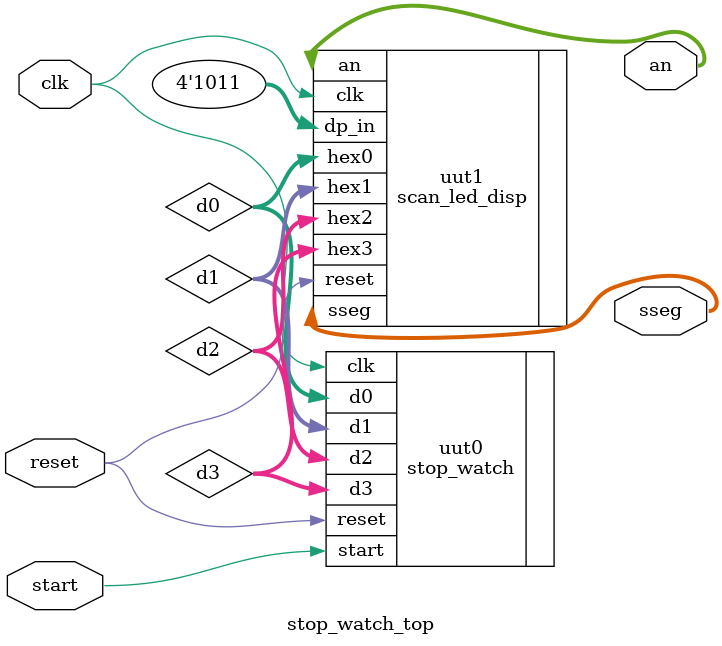
<source format=v>
module stop_watch_top(
    input wire clk,
    input wire reset,
    input wire start,
    output [3:0] an,
    output [7:0] sseg
);
wire [3:0] d3,d2,d1,d0;

stop_watch uut0(.clk(clk),.start(start),.reset(reset),.d2(d2),.d1(d1),.d0(d0),.d3(d3));
scan_led_disp uut1(.clk(clk),.reset(reset),.dp_in(4'b1011),.hex2(d2),.hex1(d1),.hex0(d0),.an(an),.sseg(sseg),.hex3(d3));
endmodule
</source>
